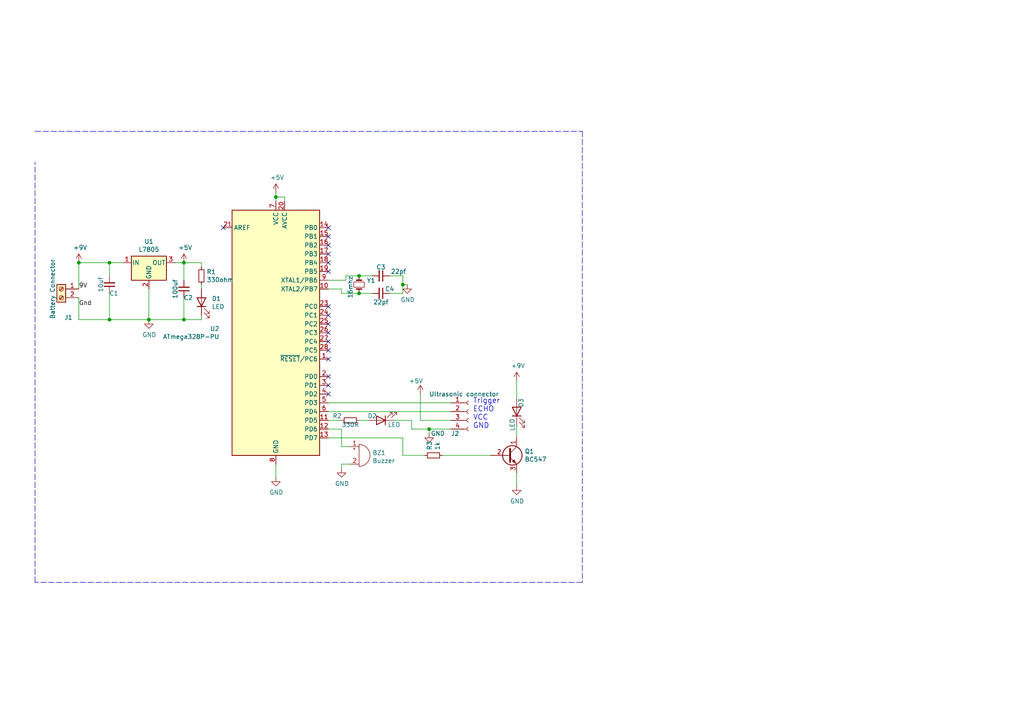
<source format=kicad_sch>
(kicad_sch (version 20211123) (generator eeschema)
  (paper "A4")
  (lib_symbols
    (symbol "Connector:Conn_01x04_Female" (pin_names (offset 1.016) hide)
      (property "Reference" "J" (at 0 5.08 0))
      (property "Value" "Conn_01x04_Female" (at 0 -7.62 0))
      (symbol "Conn_01x04_Female_1_1"
        (arc (start 0 -4.572) (mid -0.508 -5.08) (end 0 -5.588) (stroke (width 0.1524)))
        (arc (start 0 -2.032) (mid -0.508 -2.54) (end 0 -3.048) (stroke (width 0.1524)))
        (polyline (pts (xy -1.27 -5.08) (xy -0.508 -5.08)) (stroke (width 0.1524)))
        (polyline (pts (xy -1.27 -2.54) (xy -0.508 -2.54)) (stroke (width 0.1524)))
        (polyline (pts (xy -1.27 0) (xy -0.508 0)) (stroke (width 0.1524)))
        (polyline (pts (xy -1.27 2.54) (xy -0.508 2.54)) (stroke (width 0.1524)))
        (arc (start 0 0.508) (mid -0.508 0) (end 0 -0.508) (stroke (width 0.1524)))
        (arc (start 0 3.048) (mid -0.508 2.54) (end 0 2.032) (stroke (width 0.1524)))
        (pin passive line (at -5.08 2.54 0) (length 3.81) (name "Pin_1") (number "1"))
        (pin passive line (at -5.08 0 0) (length 3.81) (name "Pin_2") (number "2"))
        (pin passive line (at -5.08 -2.54 0) (length 3.81) (name "Pin_3") (number "3"))
        (pin passive line (at -5.08 -5.08 0) (length 3.81) (name "Pin_4") (number "4"))
      )
    )
    (symbol "Connector:Screw_Terminal_01x02" (pin_names (offset 1.016) hide)
      (property "Reference" "J" (at 0 2.54 0))
      (property "Value" "Screw_Terminal_01x02" (at 0 -5.08 0))
      (symbol "Screw_Terminal_01x02_1_1"
        (rectangle (start -1.27 1.27) (end 1.27 -3.81) (stroke (width 0.254)) (fill (type background)))
        (circle (center 0 -2.54) (radius 0.635) (stroke (width 0.1524)))
        (polyline (pts (xy -0.5334 -2.2098) (xy 0.3302 -3.048)) (stroke (width 0.1524)))
        (polyline (pts (xy -0.5334 0.3302) (xy 0.3302 -0.508)) (stroke (width 0.1524)))
        (polyline (pts (xy -0.3556 -2.032) (xy 0.508 -2.8702)) (stroke (width 0.1524)))
        (polyline (pts (xy -0.3556 0.508) (xy 0.508 -0.3302)) (stroke (width 0.1524)))
        (circle (center 0 0) (radius 0.635) (stroke (width 0.1524)))
        (pin passive line (at -5.08 0 0) (length 3.81) (name "Pin_1") (number "1"))
        (pin passive line (at -5.08 -2.54 0) (length 3.81) (name "Pin_2") (number "2"))
      )
    )
    (symbol "Device:Buzzer" (pin_names (offset 0.0254) hide)
      (property "Reference" "BZ" (at 3.81 1.27 0))
      (property "Value" "Buzzer" (at 3.81 -1.27 0))
      (symbol "Buzzer_0_1"
        (arc (start 0 -3.175) (mid 3.175 0) (end 0 3.175))
        (polyline (pts (xy -1.651 1.905) (xy -1.143 1.905)))
        (polyline (pts (xy -1.397 2.159) (xy -1.397 1.651)))
        (polyline (pts (xy 0 3.175) (xy 0 -3.175)))
      )
      (symbol "Buzzer_1_1"
        (pin passive line (at -2.54 2.54 0) (length 2.54) (name "-") (number "1"))
        (pin passive line (at -2.54 -2.54 0) (length 2.54) (name "+") (number "2"))
      )
    )
    (symbol "Device:C_Small" (pin_numbers hide) (pin_names (offset 0.254) hide)
      (property "Reference" "C" (at 0.254 1.778 0))
      (property "Value" "C_Small" (at 0.254 -2.032 0))
      (symbol "C_Small_0_1"
        (polyline (pts (xy -1.524 -0.508) (xy 1.524 -0.508)) (stroke (width 0.3302)))
        (polyline (pts (xy -1.524 0.508) (xy 1.524 0.508)) (stroke (width 0.3048)))
      )
      (symbol "C_Small_1_1"
        (pin passive line (at 0 2.54 270) (length 2.032) (name "~") (number "1"))
        (pin passive line (at 0 -2.54 90) (length 2.032) (name "~") (number "2"))
      )
    )
    (symbol "Device:Crystal_Small" (pin_numbers hide) (pin_names (offset 1.016) hide)
      (property "Reference" "Y" (at 0 2.54 0))
      (property "Value" "Crystal_Small" (at 0 -2.54 0))
      (symbol "Crystal_Small_0_1"
        (rectangle (start -0.762 -1.524) (end 0.762 1.524))
        (polyline (pts (xy -1.27 -0.762) (xy -1.27 0.762)) (stroke (width 0.381)))
        (polyline (pts (xy 1.27 -0.762) (xy 1.27 0.762)) (stroke (width 0.381)))
      )
      (symbol "Crystal_Small_1_1"
        (pin passive line (at -2.54 0 0) (length 1.27) (name "1") (number "1"))
        (pin passive line (at 2.54 0 180) (length 1.27) (name "2") (number "2"))
      )
    )
    (symbol "Device:LED" (pin_numbers hide) (pin_names (offset 1.016) hide)
      (property "Reference" "D" (at 0 2.54 0))
      (property "Value" "LED" (at 0 -2.54 0))
      (symbol "LED_0_1"
        (polyline (pts (xy -1.27 -1.27) (xy -1.27 1.27)) (stroke (width 0.254)))
        (polyline (pts (xy -1.27 0) (xy 1.27 0)))
        (polyline (pts (xy 1.27 -1.27) (xy 1.27 1.27) (xy -1.27 0) (xy 1.27 -1.27)) (stroke (width 0.254)))
        (polyline (pts (xy -3.048 -0.762) (xy -4.572 -2.286) (xy -3.81 -2.286) (xy -4.572 -2.286) (xy -4.572 -1.524)))
        (polyline (pts (xy -1.778 -0.762) (xy -3.302 -2.286) (xy -2.54 -2.286) (xy -3.302 -2.286) (xy -3.302 -1.524)))
      )
      (symbol "LED_1_1"
        (pin passive line (at -3.81 0 0) (length 2.54) (name "K") (number "1"))
        (pin passive line (at 3.81 0 180) (length 2.54) (name "A") (number "2"))
      )
    )
    (symbol "Device:R_Small" (pin_numbers hide) (pin_names (offset 0.254) hide)
      (property "Reference" "R" (at 0.762 0.508 0))
      (property "Value" "R_Small" (at 0.762 -1.016 0))
      (symbol "R_Small_0_1"
        (rectangle (start -0.762 1.778) (end 0.762 -1.778) (stroke (width 0.2032)))
      )
      (symbol "R_Small_1_1"
        (pin passive line (at 0 2.54 270) (length 0.762) (name "~") (number "1"))
        (pin passive line (at 0 -2.54 90) (length 0.762) (name "~") (number "2"))
      )
    )
    (symbol "Regulator_Linear:L7805" (pin_names (offset 0.254))
      (property "Reference" "U" (at -3.81 3.175 0))
      (property "Value" "L7805" (at 0 3.175 0))
      (symbol "L7805_0_1"
        (rectangle (start -5.08 1.905) (end 5.08 -5.08) (stroke (width 0.254)) (fill (type background)))
      )
      (symbol "L7805_1_1"
        (pin power_in line (at -7.62 0 0) (length 2.54) (name "IN") (number "1"))
        (pin power_in line (at 0 -7.62 90) (length 2.54) (name "GND") (number "2"))
        (pin power_out line (at 7.62 0 180) (length 2.54) (name "OUT") (number "3"))
      )
    )
    (symbol "Transistor_BJT:BC547" (pin_names (offset 0) hide)
      (property "Reference" "Q" (at 5.08 1.905 0))
      (property "Value" "BC547" (at 5.08 0 0))
      (symbol "BC547_0_1"
        (polyline (pts (xy 0 0) (xy 0.635 0)))
        (polyline (pts (xy 0.635 0.635) (xy 2.54 2.54)))
        (polyline (pts (xy 0.635 -0.635) (xy 2.54 -2.54) (xy 2.54 -2.54)))
        (polyline (pts (xy 0.635 1.905) (xy 0.635 -1.905) (xy 0.635 -1.905)) (stroke (width 0.508)))
        (polyline (pts (xy 1.27 -1.778) (xy 1.778 -1.27) (xy 2.286 -2.286) (xy 1.27 -1.778) (xy 1.27 -1.778)) (fill (type outline)))
        (circle (center 1.27 0) (radius 2.8194) (stroke (width 0.254)))
      )
      (symbol "BC547_1_1"
        (pin passive line (at 2.54 5.08 270) (length 2.54) (name "C") (number "1"))
        (pin input line (at -5.08 0 0) (length 5.08) (name "B") (number "2"))
        (pin passive line (at 2.54 -5.08 90) (length 2.54) (name "E") (number "3"))
      )
    )
    (symbol "blind_gloves-rescue:ATmega328P-PU-MCU_Microchip_ATmega"
      (property "Reference" "U" (at -12.7 36.83 0))
      (property "Value" "ATmega328P-PU-MCU_Microchip_ATmega" (at 2.54 -36.83 0))
      (symbol "ATmega328P-PU-MCU_Microchip_ATmega_0_1"
        (rectangle (start -12.7 -35.56) (end 12.7 35.56) (stroke (width 0.254)) (fill (type background)))
      )
      (symbol "ATmega328P-PU-MCU_Microchip_ATmega_1_1"
        (pin bidirectional line (at 15.24 -7.62 180) (length 2.54) (name "~{RESET}/PC6") (number "1"))
        (pin bidirectional line (at 15.24 12.7 180) (length 2.54) (name "XTAL2/PB7") (number "10"))
        (pin bidirectional line (at 15.24 -25.4 180) (length 2.54) (name "PD5") (number "11"))
        (pin bidirectional line (at 15.24 -27.94 180) (length 2.54) (name "PD6") (number "12"))
        (pin bidirectional line (at 15.24 -30.48 180) (length 2.54) (name "PD7") (number "13"))
        (pin bidirectional line (at 15.24 30.48 180) (length 2.54) (name "PB0") (number "14"))
        (pin bidirectional line (at 15.24 27.94 180) (length 2.54) (name "PB1") (number "15"))
        (pin bidirectional line (at 15.24 25.4 180) (length 2.54) (name "PB2") (number "16"))
        (pin bidirectional line (at 15.24 22.86 180) (length 2.54) (name "PB3") (number "17"))
        (pin bidirectional line (at 15.24 20.32 180) (length 2.54) (name "PB4") (number "18"))
        (pin bidirectional line (at 15.24 17.78 180) (length 2.54) (name "PB5") (number "19"))
        (pin bidirectional line (at 15.24 -12.7 180) (length 2.54) (name "PD0") (number "2"))
        (pin power_in line (at 2.54 38.1 270) (length 2.54) (name "AVCC") (number "20"))
        (pin passive line (at -15.24 30.48 0) (length 2.54) (name "AREF") (number "21"))
        (pin passive line (at 0 -38.1 90) (length 2.54) hide (name "GND") (number "22"))
        (pin bidirectional line (at 15.24 7.62 180) (length 2.54) (name "PC0") (number "23"))
        (pin bidirectional line (at 15.24 5.08 180) (length 2.54) (name "PC1") (number "24"))
        (pin bidirectional line (at 15.24 2.54 180) (length 2.54) (name "PC2") (number "25"))
        (pin bidirectional line (at 15.24 0 180) (length 2.54) (name "PC3") (number "26"))
        (pin bidirectional line (at 15.24 -2.54 180) (length 2.54) (name "PC4") (number "27"))
        (pin bidirectional line (at 15.24 -5.08 180) (length 2.54) (name "PC5") (number "28"))
        (pin bidirectional line (at 15.24 -15.24 180) (length 2.54) (name "PD1") (number "3"))
        (pin bidirectional line (at 15.24 -17.78 180) (length 2.54) (name "PD2") (number "4"))
        (pin bidirectional line (at 15.24 -20.32 180) (length 2.54) (name "PD3") (number "5"))
        (pin bidirectional line (at 15.24 -22.86 180) (length 2.54) (name "PD4") (number "6"))
        (pin power_in line (at 0 38.1 270) (length 2.54) (name "VCC") (number "7"))
        (pin power_in line (at 0 -38.1 90) (length 2.54) (name "GND") (number "8"))
        (pin bidirectional line (at 15.24 15.24 180) (length 2.54) (name "XTAL1/PB6") (number "9"))
      )
    )
    (symbol "power:+5V" (power) (pin_names (offset 0))
      (property "Value" "+5V" (at 0 3.556 0))
      (symbol "+5V_0_1"
        (polyline (pts (xy -0.762 1.27) (xy 0 2.54)))
        (polyline (pts (xy 0 0) (xy 0 2.54)))
        (polyline (pts (xy 0 2.54) (xy 0.762 1.27)))
      )
      (symbol "+5V_1_1"
        (pin power_in line (at 0 0 90) (length 0) hide (name "+5V") (number "1"))
      )
    )
    (symbol "power:+9V" (power) (pin_names (offset 0))
      (property "Value" "+9V" (at 0 3.556 0))
      (symbol "+9V_0_1"
        (polyline (pts (xy -0.762 1.27) (xy 0 2.54)))
        (polyline (pts (xy 0 0) (xy 0 2.54)))
        (polyline (pts (xy 0 2.54) (xy 0.762 1.27)))
      )
      (symbol "+9V_1_1"
        (pin power_in line (at 0 0 90) (length 0) hide (name "+9V") (number "1"))
      )
    )
    (symbol "power:GND" (power) (pin_names (offset 0))
      (property "Value" "GND" (at 0 -3.81 0))
      (symbol "GND_0_1"
        (polyline (pts (xy 0 0) (xy 0 -1.27) (xy 1.27 -1.27) (xy 0 -2.54) (xy -1.27 -1.27) (xy 0 -1.27)))
      )
      (symbol "GND_1_1"
        (pin power_in line (at 0 0 270) (length 0) hide (name "GND") (number "1"))
      )
    )
  )
  (junction (at 104.14 85.09))
  (junction (at 124.46 124.46))
  (junction (at 116.84 82.55))
  (junction (at 31.75 76.2))
  (junction (at 53.34 92.71))
  (junction (at 31.75 92.71))
  (junction (at 43.18 92.71))
  (junction (at 80.01 57.15))
  (junction (at 104.14 80.01))
  (junction (at 53.34 76.2))
  (junction (at 22.86 76.2))
  (no_connect (at 95.25 76.2))
  (no_connect (at 95.25 111.76))
  (no_connect (at 95.25 96.52))
  (no_connect (at 95.25 93.98))
  (no_connect (at 95.25 66.04))
  (no_connect (at 95.25 99.06))
  (no_connect (at 95.25 109.22))
  (no_connect (at 95.25 71.12))
  (no_connect (at 95.25 78.74))
  (no_connect (at 95.25 88.9))
  (no_connect (at 95.25 101.6))
  (no_connect (at 64.77 66.04))
  (no_connect (at 95.25 91.44))
  (no_connect (at 95.25 104.14))
  (no_connect (at 95.25 73.66))
  (no_connect (at 95.25 114.3))
  (no_connect (at 95.25 68.58))
  (wire (pts (xy 22.86 76.2) (xy 31.75 76.2)))
  (wire (pts (xy 100.33 80.01) (xy 104.14 80.01)))
  (wire (pts (xy 118.11 82.55) (xy 116.84 82.55)))
  (polyline (pts (xy 168.91 38.1) (xy 168.91 168.91)))
  (wire (pts (xy 22.86 83.82) (xy 22.86 76.2)))
  (wire (pts (xy 116.84 85.09) (xy 113.03 85.09)))
  (wire (pts (xy 82.55 57.15) (xy 82.55 58.42)))
  (wire (pts (xy 124.46 125.73) (xy 124.46 124.46)))
  (wire (pts (xy 119.38 121.92) (xy 119.38 124.46)))
  (wire (pts (xy 107.95 85.09) (xy 104.14 85.09)))
  (wire (pts (xy 31.75 85.09) (xy 31.75 92.71)))
  (wire (pts (xy 80.01 57.15) (xy 82.55 57.15)))
  (wire (pts (xy 130.81 121.92) (xy 121.92 121.92)))
  (wire (pts (xy 53.34 92.71) (xy 58.42 92.71)))
  (wire (pts (xy 104.14 80.01) (xy 107.95 80.01)))
  (wire (pts (xy 95.25 83.82) (xy 99.06 83.82)))
  (wire (pts (xy 58.42 76.2) (xy 53.34 76.2)))
  (wire (pts (xy 116.84 127) (xy 116.84 132.08)))
  (wire (pts (xy 31.75 76.2) (xy 31.75 80.01)))
  (wire (pts (xy 43.18 92.71) (xy 43.18 83.82)))
  (wire (pts (xy 95.25 116.84) (xy 130.81 116.84)))
  (wire (pts (xy 58.42 83.82) (xy 58.42 82.55)))
  (wire (pts (xy 114.3 121.92) (xy 119.38 121.92)))
  (wire (pts (xy 99.06 85.09) (xy 104.14 85.09)))
  (wire (pts (xy 124.46 124.46) (xy 130.81 124.46)))
  (wire (pts (xy 58.42 92.71) (xy 58.42 91.44)))
  (wire (pts (xy 121.92 121.92) (xy 121.92 114.3)))
  (wire (pts (xy 22.86 92.71) (xy 31.75 92.71)))
  (wire (pts (xy 95.25 119.38) (xy 130.81 119.38)))
  (wire (pts (xy 80.01 55.88) (xy 80.01 57.15)))
  (wire (pts (xy 128.27 132.08) (xy 142.24 132.08)))
  (wire (pts (xy 22.86 86.36) (xy 22.86 92.71)))
  (polyline (pts (xy 10.16 168.91) (xy 10.16 46.99)))
  (wire (pts (xy 99.06 83.82) (xy 99.06 85.09)))
  (wire (pts (xy 116.84 80.01) (xy 116.84 82.55)))
  (wire (pts (xy 99.06 134.62) (xy 99.06 135.89)))
  (wire (pts (xy 95.25 81.28) (xy 100.33 81.28)))
  (wire (pts (xy 95.25 127) (xy 116.84 127)))
  (wire (pts (xy 101.6 134.62) (xy 99.06 134.62)))
  (wire (pts (xy 31.75 92.71) (xy 43.18 92.71)))
  (wire (pts (xy 99.06 124.46) (xy 95.25 124.46)))
  (wire (pts (xy 104.14 121.92) (xy 106.68 121.92)))
  (wire (pts (xy 53.34 92.71) (xy 43.18 92.71)))
  (wire (pts (xy 53.34 86.36) (xy 53.34 92.71)))
  (wire (pts (xy 95.25 121.92) (xy 99.06 121.92)))
  (wire (pts (xy 58.42 77.47) (xy 58.42 76.2)))
  (wire (pts (xy 31.75 76.2) (xy 35.56 76.2)))
  (wire (pts (xy 99.06 129.54) (xy 99.06 124.46)))
  (wire (pts (xy 116.84 82.55) (xy 116.84 85.09)))
  (wire (pts (xy 149.86 123.19) (xy 149.86 127)))
  (wire (pts (xy 119.38 124.46) (xy 124.46 124.46)))
  (wire (pts (xy 101.6 129.54) (xy 99.06 129.54)))
  (wire (pts (xy 50.8 76.2) (xy 53.34 76.2)))
  (polyline (pts (xy 168.91 168.91) (xy 10.16 168.91)))
  (wire (pts (xy 100.33 81.28) (xy 100.33 80.01)))
  (wire (pts (xy 80.01 57.15) (xy 80.01 58.42)))
  (polyline (pts (xy 10.16 38.1) (xy 168.91 38.1)))
  (wire (pts (xy 149.86 137.16) (xy 149.86 140.97)))
  (wire (pts (xy 123.19 132.08) (xy 116.84 132.08)))
  (wire (pts (xy 53.34 76.2) (xy 53.34 81.28)))
  (wire (pts (xy 113.03 80.01) (xy 116.84 80.01)))
  (wire (pts (xy 80.01 134.62) (xy 80.01 138.43)))
  (wire (pts (xy 149.86 110.49) (xy 149.86 115.57)))
  (text "Trigger\nECHO\nVCC\nGND" (at 137.16 124.46 0) (effects (font (size 1.4986 1.4986)) (justify left bottom)))
  (label "Gnd" (at 22.86 88.9 0))
  (label "9V" (at 22.86 83.82 0))
  (symbol (lib_id "Device:Crystal_Small") (at 104.14 82.55 270) (unit 1)
    (property "Reference" "Y1" (at 106.3752 81.3816 90) (effects (justify left)))
    (property "Value" "16mhz" (at 101.6 80.01 0) (effects (justify left)))
    (property "Footprint" "Crystal:Crystal_HC49-U_Vertical" (effects hide))
  )
  (symbol (lib_id "Device:C_Small") (at 110.49 80.01 270) (unit 1)
    (property "Reference" "C3" (at 110.49 77.47 90))
    (property "Value" "22pf" (at 115.57 78.74 90))
    (property "Footprint" "Capacitor_THT:C_Disc_D5.0mm_W2.5mm_P5.00mm" (effects hide))
  )
  (symbol (lib_id "Device:C_Small") (at 110.49 85.09 270) (unit 1)
    (property "Reference" "C4" (at 113.03 83.82 90))
    (property "Value" "22pf" (at 110.49 87.63 90))
    (property "Footprint" "Capacitor_THT:C_Disc_D5.0mm_W2.5mm_P5.00mm" (effects hide))
  )
  (symbol (lib_id "power:GND") (at 118.11 82.55 0) (unit 1)
    (property "Reference" "#PWR07" (effects hide))
    (property "Value" "GND" (at 118.237 86.9442 0))
  )
  (symbol (lib_id "power:GND") (at 80.01 138.43 0) (unit 1)
    (property "Reference" "#PWR05" (effects hide))
    (property "Value" "GND" (at 80.137 142.8242 0))
  )
  (symbol (lib_id "power:GND") (at 124.46 125.73 0) (unit 1)
    (property "Reference" "#PWR09" (effects hide))
    (property "Value" "GND" (at 127 125.73 0))
  )
  (symbol (lib_id "Connector:Conn_01x04_Female") (at 135.89 119.38 0) (unit 1)
    (property "Reference" "J2" (at 130.81 125.73 0) (effects (justify left)))
    (property "Value" "Ultrasonic connector" (at 124.46 114.3 0) (effects (justify left)))
    (property "Footprint" "Connector_PinHeader_2.54mm:PinHeader_1x04_P2.54mm_Vertical" (effects hide))
  )
  (symbol (lib_id "power:+5V") (at 121.92 114.3 0) (unit 1)
    (property "Reference" "#PWR08" (effects hide))
    (property "Value" "+5V" (at 120.65 110.49 0))
  )
  (symbol (lib_id "power:+5V") (at 53.34 76.2 0) (unit 1)
    (property "Reference" "#PWR03" (effects hide))
    (property "Value" "+5V" (at 53.721 71.8058 0))
  )
  (symbol (lib_id "power:GND") (at 43.18 92.71 0) (unit 1)
    (property "Reference" "#PWR02" (effects hide))
    (property "Value" "GND" (at 43.307 97.1042 0))
  )
  (symbol (lib_id "Regulator_Linear:L7805") (at 43.18 76.2 0) (unit 1)
    (property "Reference" "U1" (at 43.18 70.0532 0))
    (property "Value" "L7805" (at 43.18 72.3646 0))
    (property "Footprint" "Package_TO_SOT_THT:TO-220-3_Vertical" (effects hide))
    (property "Datasheet" "http://www.st.com/content/ccc/resource/technical/document/datasheet/41/4f/b3/b0/12/d4/47/88/CD00000444.pdf/files/CD00000444.pdf/jcr:content/translations/en.CD00000444.pdf" (effects hide))
  )
  (symbol (lib_id "Device:C_Small") (at 31.75 82.55 180) (unit 1)
    (property "Reference" "C1" (at 33.02 85.09 0))
    (property "Value" "10uf" (at 29.21 82.55 90))
    (property "Footprint" "Capacitor_THT:CP_Radial_D5.0mm_P2.50mm" (effects hide))
  )
  (symbol (lib_id "Device:C_Small") (at 53.34 83.82 180) (unit 1)
    (property "Reference" "C2" (at 54.61 86.36 0))
    (property "Value" "100uf" (at 50.8 83.82 90))
    (property "Footprint" "Capacitor_THT:CP_Radial_D5.0mm_P2.50mm" (effects hide))
  )
  (symbol (lib_id "Connector:Screw_Terminal_01x02") (at 17.78 83.82 0) (mirror y) (unit 1)
    (property "Reference" "J1" (at 19.8628 92.075 0))
    (property "Value" "Battery Connector" (at 15.24 83.82 90))
    (property "Footprint" "TerminalBlock_Phoenix:TerminalBlock_Phoenix_MKDS-1,5-2-5.08_1x02_P5.08mm_Horizontal" (effects hide))
  )
  (symbol (lib_id "Device:LED") (at 58.42 87.63 90) (unit 1)
    (property "Reference" "D1" (at 61.4172 86.6394 90) (effects (justify right)))
    (property "Value" "LED" (at 61.4172 88.9508 90) (effects (justify right)))
    (property "Footprint" "LED_THT:LED_D5.0mm" (effects hide))
  )
  (symbol (lib_id "Device:R_Small") (at 58.42 80.01 0) (unit 1)
    (property "Reference" "R1" (at 59.9186 78.8416 0) (effects (justify left)))
    (property "Value" "330ohm" (at 59.9186 81.153 0) (effects (justify left)))
    (property "Footprint" "Resistor_THT:R_Axial_DIN0207_L6.3mm_D2.5mm_P10.16mm_Horizontal" (effects hide))
  )
  (symbol (lib_id "Device:Buzzer") (at 104.14 132.08 0) (unit 1)
    (property "Reference" "BZ1" (at 108.0008 131.3434 0) (effects (justify left)))
    (property "Value" "Buzzer" (at 108.0008 133.6548 0) (effects (justify left)))
    (property "Footprint" "Buzzer_Beeper:Buzzer_D14mm_H7mm_P10mm" (effects hide))
  )
  (symbol (lib_id "power:GND") (at 99.06 135.89 0) (unit 1)
    (property "Reference" "#PWR06" (effects hide))
    (property "Value" "GND" (at 99.187 140.2842 0))
  )
  (symbol (lib_id "power:GND") (at 149.86 140.97 0) (unit 1)
    (property "Reference" "#PWR011" (effects hide))
    (property "Value" "GND" (at 149.987 145.3642 0))
  )
  (symbol (lib_id "Transistor_BJT:BC547") (at 147.32 132.08 0) (unit 1)
    (property "Reference" "Q1" (at 152.1714 130.9116 0) (effects (justify left)))
    (property "Value" "BC547" (at 152.1714 133.223 0) (effects (justify left)))
    (property "Footprint" "Package_TO_SOT_THT:TO-92_Inline_Wide" (effects hide))
    (property "Datasheet" "https://www.onsemi.com/pub/Collateral/BC550-D.pdf" (effects hide))
  )
  (symbol (lib_id "Device:R_Small") (at 125.73 132.08 90) (unit 1)
    (property "Reference" "R3" (at 124.5616 130.5814 0) (effects (justify left)))
    (property "Value" "1k" (at 126.873 130.5814 0) (effects (justify left)))
    (property "Footprint" "Resistor_THT:R_Axial_DIN0207_L6.3mm_D2.5mm_P10.16mm_Horizontal" (effects hide))
  )
  (symbol (lib_id "power:+9V") (at 149.86 110.49 0) (unit 1)
    (property "Reference" "#PWR010" (effects hide))
    (property "Value" "+9V" (at 150.241 106.0958 0))
  )
  (symbol (lib_id "power:+9V") (at 22.86 76.2 0) (unit 1)
    (property "Reference" "#PWR01" (effects hide))
    (property "Value" "+9V" (at 23.241 71.8058 0))
  )
  (symbol (lib_id "power:+5V") (at 80.01 55.88 0) (unit 1)
    (property "Reference" "#PWR04" (effects hide))
    (property "Value" "+5V" (at 80.391 51.4858 0))
  )
  (symbol (lib_id "Device:R_Small") (at 101.6 121.92 270) (unit 1)
    (property "Reference" "R2" (at 97.79 120.65 90))
    (property "Value" "330R" (at 101.6 123.19 90))
    (property "Footprint" "Resistor_THT:R_Axial_DIN0207_L6.3mm_D2.5mm_P10.16mm_Horizontal" (effects hide))
  )
  (symbol (lib_id "Device:LED") (at 110.49 121.92 180) (unit 1)
    (property "Reference" "D2" (at 107.95 120.65 0))
    (property "Value" "LED" (at 114.3 123.19 0))
    (property "Footprint" "LED_THT:LED_D5.0mm" (effects hide))
  )
  (symbol (lib_id "blind_gloves-rescue:ATmega328P-PU-MCU_Microchip_ATmega") (at 80.01 96.52 0) (unit 1)
    (property "Reference" "U2" (at 63.6524 95.3516 0) (effects (justify right)))
    (property "Value" "ATmega328P-PU" (at 63.6524 97.663 0) (effects (justify right)))
    (property "Footprint" "Package_DIP:DIP-28_W7.62mm" (effects hide))
    (property "Datasheet" "http://ww1.microchip.com/downloads/en/DeviceDoc/ATmega328_P%20AVR%20MCU%20with%20picoPower%20Technology%20Data%20Sheet%2040001984A.pdf" (effects hide))
  )
  (symbol (lib_id "Device:LED") (at 149.86 119.38 90) (unit 1)
    (property "Reference" "D3" (at 151.13 116.84 0))
    (property "Value" "LED" (at 148.59 123.19 0))
    (property "Footprint" "LED_THT:LED_D5.0mm" (effects hide))
  )
)
</source>
